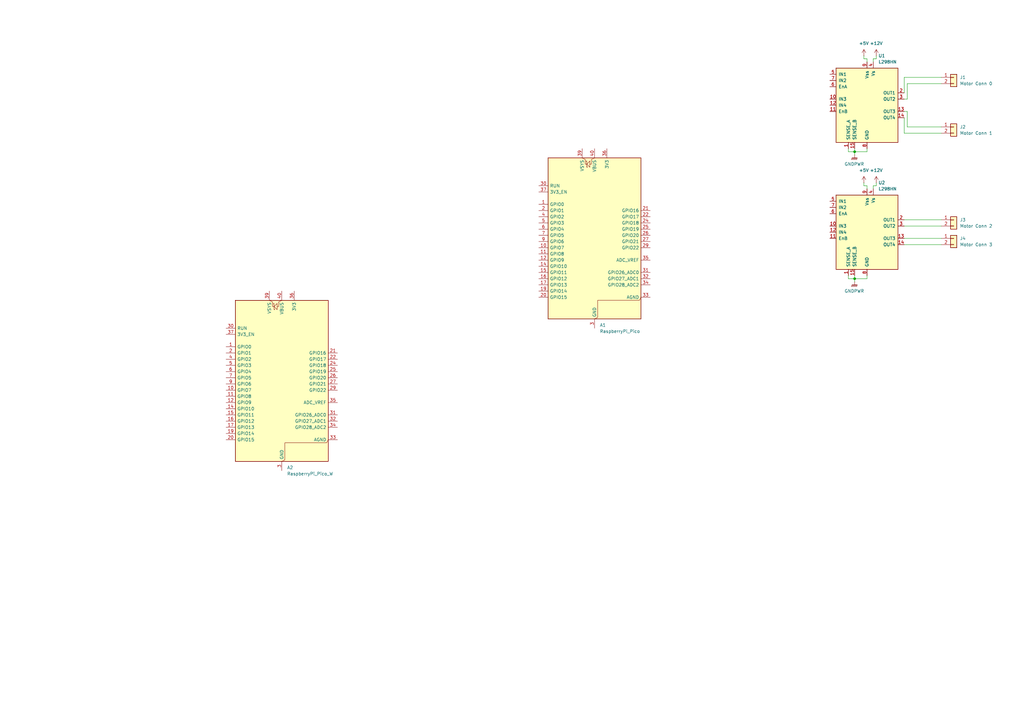
<source format=kicad_sch>
(kicad_sch (version 20250114) (generator "eeschema") (generator_version "9.0")
  (paper "A3")
  (lib_symbols
    (symbol "Connector_Generic:Conn_01x02" (pin_names (offset 1.016) (hide yes))
      (property "Reference" "J" (at 0 2.54 0))
      (property "Value" "Conn_01x02" (at 0 -5.08 0))
      (symbol "Conn_01x02_1_1"
        (rectangle (start -1.27 1.27) (end 1.27 -3.81) (stroke (width 0.254)) (fill (type background)))
        (rectangle (start -1.27 0.127) (end 0 -0.127) (stroke (width 0.1524)))
        (rectangle (start -1.27 -2.413) (end 0 -2.667) (stroke (width 0.1524)))
        (pin passive line (at -5.08 0 0) (length 3.81) (name "Pin_1") (number "1"))
        (pin passive line (at -5.08 -2.54 0) (length 3.81) (name "Pin_2") (number "2"))
      )
    )
    (symbol "Driver_Motor:L298HN" (pin_names (offset 1.016))
      (property "Reference" "U" (at -10.16 16.51 0))
      (property "Value" "L298HN" (at 12.7 16.51 0))
      (symbol "L298HN_0_1"
        (rectangle (start -12.7 15.24) (end 12.7 -15.24) (stroke (width 0.254)) (fill (type background)))
      )
      (symbol "L298HN_1_1"
        (pin input line (at -15.24 12.7 0) (length 2.54) (name "IN1") (number "5"))
        (pin input line (at -15.24 10.16 0) (length 2.54) (name "IN2") (number "7"))
        (pin input line (at -15.24 7.62 0) (length 2.54) (name "EnA") (number "6"))
        (pin input line (at -15.24 2.54 0) (length 2.54) (name "IN3") (number "10"))
        (pin input line (at -15.24 0 0) (length 2.54) (name "IN4") (number "12"))
        (pin input line (at -15.24 -2.54 0) (length 2.54) (name "EnB") (number "11"))
        (pin power_in line (at -7.62 -17.78 90) (length 2.54) (name "SENSE_A") (number "1"))
        (pin power_in line (at -5.08 -17.78 90) (length 2.54) (name "SENSE_B") (number "15"))
        (pin power_in line (at 0 17.78 270) (length 2.54) (name "Vss") (number "9"))
        (pin power_in line (at 0 -17.78 90) (length 2.54) (name "GND") (number "8"))
        (pin power_in line (at 2.54 17.78 270) (length 2.54) (name "Vs") (number "4"))
        (pin output line (at 15.24 5.08 180) (length 2.54) (name "OUT1") (number "2"))
        (pin output line (at 15.24 2.54 180) (length 2.54) (name "OUT2") (number "3"))
        (pin output line (at 15.24 -2.54 180) (length 2.54) (name "OUT3") (number "13"))
        (pin output line (at 15.24 -5.08 180) (length 2.54) (name "OUT4") (number "14"))
      )
    )
    (symbol "MCU_Module:RaspberryPi_Pico" (pin_names (offset 0.762))
      (property "Reference" "A" (at -19.05 35.56 0))
      (property "Value" "RaspberryPi_Pico" (at 7.62 35.56 0))
      (symbol "RaspberryPi_Pico_0_1"
        (rectangle (start -19.05 34.29) (end 19.05 -31.75) (stroke (width 0.254)) (fill (type background)))
        (polyline (pts (xy -5.08 34.29) (xy -3.81 33.655) (xy -3.81 31.75) (xy -3.175 31.75)))
        (polyline (pts (xy -3.429 32.766) (xy -3.429 33.02) (xy -3.175 33.02) (xy -3.175 30.48) (xy -2.921 30.48) (xy -2.921 30.734)))
        (polyline (pts (xy -3.175 31.75) (xy -1.905 33.02) (xy -1.905 30.48) (xy -3.175 31.75)))
        (polyline (pts (xy 0 34.29) (xy -1.27 33.655) (xy -1.27 31.75) (xy -1.905 31.75)))
        (polyline (pts (xy 0 -31.75) (xy 1.27 -31.115) (xy 1.27 -24.13) (xy 18.415 -24.13) (xy 19.05 -22.86)))
      )
      (symbol "RaspberryPi_Pico_1_1"
        (pin passive line (at -22.86 22.86 0) (length 3.81) (name "RUN") (number "30"))
        (pin passive line (at -22.86 20.32 0) (length 3.81) (name "3V3_EN") (number "37"))
        (pin bidirectional line (at -22.86 15.24 0) (length 3.81) (name "GPIO0") (number "1"))
        (pin bidirectional line (at -22.86 12.7 0) (length 3.81) (name "GPIO1") (number "2"))
        (pin bidirectional line (at -22.86 10.16 0) (length 3.81) (name "GPIO2") (number "4"))
        (pin bidirectional line (at -22.86 7.62 0) (length 3.81) (name "GPIO3") (number "5"))
        (pin bidirectional line (at -22.86 5.08 0) (length 3.81) (name "GPIO4") (number "6"))
        (pin bidirectional line (at -22.86 2.54 0) (length 3.81) (name "GPIO5") (number "7"))
        (pin bidirectional line (at -22.86 0 0) (length 3.81) (name "GPIO6") (number "9"))
        (pin bidirectional line (at -22.86 -2.54 0) (length 3.81) (name "GPIO7") (number "10"))
        (pin bidirectional line (at -22.86 -5.08 0) (length 3.81) (name "GPIO8") (number "11"))
        (pin bidirectional line (at -22.86 -7.62 0) (length 3.81) (name "GPIO9") (number "12"))
        (pin bidirectional line (at -22.86 -10.16 0) (length 3.81) (name "GPIO10") (number "14"))
        (pin bidirectional line (at -22.86 -12.7 0) (length 3.81) (name "GPIO11") (number "15"))
        (pin bidirectional line (at -22.86 -15.24 0) (length 3.81) (name "GPIO12") (number "16"))
        (pin bidirectional line (at -22.86 -17.78 0) (length 3.81) (name "GPIO13") (number "17"))
        (pin bidirectional line (at -22.86 -20.32 0) (length 3.81) (name "GPIO14") (number "19"))
        (pin bidirectional line (at -22.86 -22.86 0) (length 3.81) (name "GPIO15") (number "20"))
        (pin power_in line (at -5.08 38.1 270) (length 3.81) (name "VSYS") (number "39"))
        (pin power_out line (at 0 38.1 270) (length 3.81) (name "VBUS") (number "40"))
        (pin passive line (at 0 -35.56 90) (length 3.81) (hide yes) (name "GND") (number "13"))
        (pin passive line (at 0 -35.56 90) (length 3.81) (hide yes) (name "GND") (number "18"))
        (pin passive line (at 0 -35.56 90) (length 3.81) (hide yes) (name "GND") (number "23"))
        (pin passive line (at 0 -35.56 90) (length 3.81) (hide yes) (name "GND") (number "28"))
        (pin power_out line (at 0 -35.56 90) (length 3.81) (name "GND") (number "3"))
        (pin passive line (at 0 -35.56 90) (length 3.81) (hide yes) (name "GND") (number "38"))
        (pin passive line (at 0 -35.56 90) (length 3.81) (hide yes) (name "GND") (number "8"))
        (pin power_out line (at 5.08 38.1 270) (length 3.81) (name "3V3") (number "36"))
        (pin bidirectional line (at 22.86 12.7 180) (length 3.81) (name "GPIO16") (number "21"))
        (pin bidirectional line (at 22.86 10.16 180) (length 3.81) (name "GPIO17") (number "22"))
        (pin bidirectional line (at 22.86 7.62 180) (length 3.81) (name "GPIO18") (number "24"))
        (pin bidirectional line (at 22.86 5.08 180) (length 3.81) (name "GPIO19") (number "25"))
        (pin bidirectional line (at 22.86 2.54 180) (length 3.81) (name "GPIO20") (number "26"))
        (pin bidirectional line (at 22.86 0 180) (length 3.81) (name "GPIO21") (number "27"))
        (pin bidirectional line (at 22.86 -2.54 180) (length 3.81) (name "GPIO22") (number "29"))
        (pin power_in line (at 22.86 -7.62 180) (length 3.81) (name "ADC_VREF") (number "35"))
        (pin bidirectional line (at 22.86 -12.7 180) (length 3.81) (name "GPIO26_ADC0") (number "31"))
        (pin bidirectional line (at 22.86 -15.24 180) (length 3.81) (name "GPIO27_ADC1") (number "32"))
        (pin bidirectional line (at 22.86 -17.78 180) (length 3.81) (name "GPIO28_ADC2") (number "34"))
        (pin power_out line (at 22.86 -22.86 180) (length 3.81) (name "AGND") (number "33"))
      )
    )
    (symbol "MCU_Module:RaspberryPi_Pico_W" (pin_names (offset 0.762))
      (property "Reference" "A" (at -19.05 35.56 0))
      (property "Value" "RaspberryPi_Pico_W" (at 7.62 35.56 0))
      (symbol "RaspberryPi_Pico_W_0_1"
        (rectangle (start -19.05 34.29) (end 19.05 -31.75) (stroke (width 0.254)) (fill (type background)))
        (polyline (pts (xy -5.08 34.29) (xy -3.81 33.655) (xy -3.81 31.75) (xy -3.175 31.75)))
        (polyline (pts (xy -3.429 32.766) (xy -3.429 33.02) (xy -3.175 33.02) (xy -3.175 30.48) (xy -2.921 30.48) (xy -2.921 30.734)))
        (polyline (pts (xy -3.175 31.75) (xy -1.905 33.02) (xy -1.905 30.48) (xy -3.175 31.75)))
        (polyline (pts (xy 0 34.29) (xy -1.27 33.655) (xy -1.27 31.75) (xy -1.905 31.75)))
        (polyline (pts (xy 0 -31.75) (xy 1.27 -31.115) (xy 1.27 -24.13) (xy 18.415 -24.13) (xy 19.05 -22.86)))
      )
      (symbol "RaspberryPi_Pico_W_1_1"
        (pin passive line (at -22.86 22.86 0) (length 3.81) (name "RUN") (number "30"))
        (pin passive line (at -22.86 20.32 0) (length 3.81) (name "3V3_EN") (number "37"))
        (pin bidirectional line (at -22.86 15.24 0) (length 3.81) (name "GPIO0") (number "1"))
        (pin bidirectional line (at -22.86 12.7 0) (length 3.81) (name "GPIO1") (number "2"))
        (pin bidirectional line (at -22.86 10.16 0) (length 3.81) (name "GPIO2") (number "4"))
        (pin bidirectional line (at -22.86 7.62 0) (length 3.81) (name "GPIO3") (number "5"))
        (pin bidirectional line (at -22.86 5.08 0) (length 3.81) (name "GPIO4") (number "6"))
        (pin bidirectional line (at -22.86 2.54 0) (length 3.81) (name "GPIO5") (number "7"))
        (pin bidirectional line (at -22.86 0 0) (length 3.81) (name "GPIO6") (number "9"))
        (pin bidirectional line (at -22.86 -2.54 0) (length 3.81) (name "GPIO7") (number "10"))
        (pin bidirectional line (at -22.86 -5.08 0) (length 3.81) (name "GPIO8") (number "11"))
        (pin bidirectional line (at -22.86 -7.62 0) (length 3.81) (name "GPIO9") (number "12"))
        (pin bidirectional line (at -22.86 -10.16 0) (length 3.81) (name "GPIO10") (number "14"))
        (pin bidirectional line (at -22.86 -12.7 0) (length 3.81) (name "GPIO11") (number "15"))
        (pin bidirectional line (at -22.86 -15.24 0) (length 3.81) (name "GPIO12") (number "16"))
        (pin bidirectional line (at -22.86 -17.78 0) (length 3.81) (name "GPIO13") (number "17"))
        (pin bidirectional line (at -22.86 -20.32 0) (length 3.81) (name "GPIO14") (number "19"))
        (pin bidirectional line (at -22.86 -22.86 0) (length 3.81) (name "GPIO15") (number "20"))
        (pin power_in line (at -5.08 38.1 270) (length 3.81) (name "VSYS") (number "39"))
        (pin power_out line (at 0 38.1 270) (length 3.81) (name "VBUS") (number "40"))
        (pin passive line (at 0 -35.56 90) (length 3.81) (hide yes) (name "GND") (number "13"))
        (pin passive line (at 0 -35.56 90) (length 3.81) (hide yes) (name "GND") (number "18"))
        (pin passive line (at 0 -35.56 90) (length 3.81) (hide yes) (name "GND") (number "23"))
        (pin passive line (at 0 -35.56 90) (length 3.81) (hide yes) (name "GND") (number "28"))
        (pin power_out line (at 0 -35.56 90) (length 3.81) (name "GND") (number "3"))
        (pin passive line (at 0 -35.56 90) (length 3.81) (hide yes) (name "GND") (number "38"))
        (pin passive line (at 0 -35.56 90) (length 3.81) (hide yes) (name "GND") (number "8"))
        (pin power_out line (at 5.08 38.1 270) (length 3.81) (name "3V3") (number "36"))
        (pin bidirectional line (at 22.86 12.7 180) (length 3.81) (name "GPIO16") (number "21"))
        (pin bidirectional line (at 22.86 10.16 180) (length 3.81) (name "GPIO17") (number "22"))
        (pin bidirectional line (at 22.86 7.62 180) (length 3.81) (name "GPIO18") (number "24"))
        (pin bidirectional line (at 22.86 5.08 180) (length 3.81) (name "GPIO19") (number "25"))
        (pin bidirectional line (at 22.86 2.54 180) (length 3.81) (name "GPIO20") (number "26"))
        (pin bidirectional line (at 22.86 0 180) (length 3.81) (name "GPIO21") (number "27"))
        (pin bidirectional line (at 22.86 -2.54 180) (length 3.81) (name "GPIO22") (number "29"))
        (pin power_in line (at 22.86 -7.62 180) (length 3.81) (name "ADC_VREF") (number "35"))
        (pin bidirectional line (at 22.86 -12.7 180) (length 3.81) (name "GPIO26_ADC0") (number "31"))
        (pin bidirectional line (at 22.86 -15.24 180) (length 3.81) (name "GPIO27_ADC1") (number "32"))
        (pin bidirectional line (at 22.86 -17.78 180) (length 3.81) (name "GPIO28_ADC2") (number "34"))
        (pin power_out line (at 22.86 -22.86 180) (length 3.81) (name "AGND") (number "33"))
      )
    )
    (symbol "power:+12V" (power) (pin_numbers (hide yes)) (pin_names (offset 0) (hide yes))
      (property "Value" "+12V" (at 0 3.556 0))
      (symbol "+12V_0_1"
        (polyline (pts (xy -0.762 1.27) (xy 0 2.54)))
        (polyline (pts (xy 0 2.54) (xy 0.762 1.27)))
        (polyline (pts (xy 0 0) (xy 0 2.54)))
      )
      (symbol "+12V_1_1"
        (pin power_in line (at 0 0 90) (length 0) (name "~") (number "1"))
      )
    )
    (symbol "power:+5V" (power) (pin_numbers (hide yes)) (pin_names (offset 0) (hide yes))
      (property "Value" "+5V" (at 0 3.556 0))
      (symbol "+5V_0_1"
        (polyline (pts (xy -0.762 1.27) (xy 0 2.54)))
        (polyline (pts (xy 0 2.54) (xy 0.762 1.27)))
        (polyline (pts (xy 0 0) (xy 0 2.54)))
      )
      (symbol "+5V_1_1"
        (pin power_in line (at 0 0 90) (length 0) (name "~") (number "1"))
      )
    )
    (symbol "power:GNDPWR" (power) (pin_numbers (hide yes)) (pin_names (offset 0) (hide yes))
      (property "Value" "GNDPWR" (at 0 -3.302 0))
      (symbol "GNDPWR_0_1"
        (polyline (pts (xy -1.016 -1.27) (xy -1.27 -2.032) (xy -1.27 -2.032)) (stroke (width 0.2032)))
        (polyline (pts (xy -0.508 -1.27) (xy -0.762 -2.032) (xy -0.762 -2.032)) (stroke (width 0.2032)))
        (polyline (pts (xy 0 -1.27) (xy 0 0)))
        (polyline (pts (xy 0 -1.27) (xy -0.254 -2.032) (xy -0.254 -2.032)) (stroke (width 0.2032)))
        (polyline (pts (xy 0.508 -1.27) (xy 0.254 -2.032) (xy 0.254 -2.032)) (stroke (width 0.2032)))
        (polyline (pts (xy 1.016 -1.27) (xy -1.016 -1.27) (xy -1.016 -1.27)) (stroke (width 0.2032)))
        (polyline (pts (xy 1.016 -1.27) (xy 0.762 -2.032) (xy 0.762 -2.032) (xy 0.762 -2.032)) (stroke (width 0.2032)))
      )
      (symbol "GNDPWR_1_1"
        (pin power_in line (at 0 0 270) (length 0) (name "~") (number "1"))
      )
    )
  )
  (junction (at 350.52 62.23))
  (junction (at 350.52 114.3))
  (wire (pts (xy 358.14 76.2) (xy 359.41 76.2)))
  (wire (pts (xy 350.52 60.96) (xy 350.52 62.23)))
  (wire (pts (xy 372.11 34.29) (xy 386.08 34.29)))
  (wire (pts (xy 370.84 100.33) (xy 386.08 100.33)))
  (wire (pts (xy 372.11 52.07) (xy 386.08 52.07)))
  (wire (pts (xy 355.6 24.13) (xy 355.6 25.4)))
  (wire (pts (xy 347.98 113.03) (xy 347.98 114.3)))
  (wire (pts (xy 355.6 76.2) (xy 354.33 76.2)))
  (wire (pts (xy 370.84 31.75) (xy 386.08 31.75)))
  (wire (pts (xy 370.84 92.71) (xy 386.08 92.71)))
  (wire (pts (xy 355.6 77.47) (xy 355.6 76.2)))
  (wire (pts (xy 359.41 22.86) (xy 359.41 24.13)))
  (wire (pts (xy 372.11 45.72) (xy 370.84 45.72)))
  (wire (pts (xy 354.33 22.86) (xy 354.33 24.13)))
  (wire (pts (xy 370.84 90.17) (xy 386.08 90.17)))
  (wire (pts (xy 350.52 114.3) (xy 350.52 115.57)))
  (wire (pts (xy 347.98 60.96) (xy 347.98 62.23)))
  (wire (pts (xy 355.6 114.3) (xy 350.52 114.3)))
  (wire (pts (xy 370.84 54.61) (xy 386.08 54.61)))
  (wire (pts (xy 347.98 62.23) (xy 350.52 62.23)))
  (wire (pts (xy 354.33 24.13) (xy 355.6 24.13)))
  (wire (pts (xy 359.41 74.93) (xy 359.41 76.2)))
  (wire (pts (xy 370.84 31.75) (xy 370.84 38.1)))
  (wire (pts (xy 359.41 24.13) (xy 358.14 24.13)))
  (wire (pts (xy 372.11 40.64) (xy 370.84 40.64)))
  (wire (pts (xy 358.14 24.13) (xy 358.14 25.4)))
  (wire (pts (xy 358.14 77.47) (xy 358.14 76.2)))
  (wire (pts (xy 355.6 60.96) (xy 355.6 62.23)))
  (wire (pts (xy 354.33 74.93) (xy 354.33 76.2)))
  (wire (pts (xy 350.52 62.23) (xy 350.52 63.5)))
  (wire (pts (xy 370.84 48.26) (xy 370.84 54.61)))
  (wire (pts (xy 372.11 34.29) (xy 372.11 40.64)))
  (wire (pts (xy 350.52 114.3) (xy 350.52 113.03)))
  (wire (pts (xy 370.84 97.79) (xy 386.08 97.79)))
  (wire (pts (xy 355.6 113.03) (xy 355.6 114.3)))
  (wire (pts (xy 350.52 62.23) (xy 355.6 62.23)))
  (wire (pts (xy 372.11 52.07) (xy 372.11 45.72)))
  (wire (pts (xy 347.98 114.3) (xy 350.52 114.3)))
  (symbol (lib_id "Connector_Generic:Conn_01x02") (at 391.16 31.75 0) (unit 1)
    (property "Reference" "J1" (at 393.7 31.7499 0) (effects (justify left)))
    (property "Value" "Motor Conn 0" (at 393.7 34.2899 0) (effects (justify left)))
    (property "Description" "Generic connector, single row, 01x02, script generated (kicad-library-utils/schlib/autogen/connector/)" (effects (hide yes)))
  )
  (symbol (lib_id "Driver_Motor:L298HN") (at 355.6 43.18 0) (unit 1)
    (property "Reference" "U1" (at 360.2833 22.86 0) (effects (justify left)))
    (property "Value" "L298HN" (at 360.2833 25.4 0) (effects (justify left)))
    (property "Footprint" "Package_TO_SOT_THT:TO-220-15_P2.54x2.54mm_StaggerOdd_Lead5.84mm_TabDown" (effects (hide yes)))
    (property "Datasheet" "http://www.st.com/st-web-ui/static/active/en/resource/technical/document/datasheet/CD00000240.pdf" (effects (hide yes)))
    (property "Description" "Dual full bridge motor driver, up to 46V, 4A, Multiwatt15-H" (effects (hide yes)))
  )
  (symbol (lib_id "power:+12V") (at 359.41 22.86 0) (unit 1)
    (property "Reference" "#PWR04" (effects (hide yes)))
    (property "Value" "+12V" (at 359.41 17.78 0))
    (property "Description" "Power symbol creates a global label with name \"+12V\"" (effects (hide yes)))
  )
  (symbol (lib_id "Connector_Generic:Conn_01x02") (at 391.16 90.17 0) (unit 1)
    (property "Reference" "J3" (at 393.7 90.1699 0) (effects (justify left)))
    (property "Value" "Motor Conn 2" (at 393.7 92.7099 0) (effects (justify left)))
    (property "Description" "Generic connector, single row, 01x02, script generated (kicad-library-utils/schlib/autogen/connector/)" (effects (hide yes)))
  )
  (symbol (lib_id "power:GNDPWR") (at 350.52 63.5 0) (unit 1)
    (property "Reference" "#PWR02" (effects (hide yes)))
    (property "Value" "GNDPWR" (at 350.393 67.31 0))
    (property "Description" "Power symbol creates a global label with name \"GNDPWR\" , global ground" (effects (hide yes)))
  )
  (symbol (lib_id "Driver_Motor:L298HN") (at 355.6 95.25 0) (unit 1)
    (property "Reference" "U2" (at 360.2833 74.93 0) (effects (justify left)))
    (property "Value" "L298HN" (at 360.2833 77.47 0) (effects (justify left)))
    (property "Footprint" "Package_TO_SOT_THT:TO-220-15_P2.54x2.54mm_StaggerOdd_Lead5.84mm_TabDown" (effects (hide yes)))
    (property "Datasheet" "http://www.st.com/st-web-ui/static/active/en/resource/technical/document/datasheet/CD00000240.pdf" (effects (hide yes)))
    (property "Description" "Dual full bridge motor driver, up to 46V, 4A, Multiwatt15-H" (effects (hide yes)))
  )
  (symbol (lib_id "Connector_Generic:Conn_01x02") (at 391.16 52.07 0) (unit 1)
    (property "Reference" "J2" (at 393.7 52.0699 0) (effects (justify left)))
    (property "Value" "Motor Conn 1" (at 393.7 54.6099 0) (effects (justify left)))
    (property "Description" "Generic connector, single row, 01x02, script generated (kicad-library-utils/schlib/autogen/connector/)" (effects (hide yes)))
  )
  (symbol (lib_id "power:+5V") (at 354.33 22.86 0) (unit 1)
    (property "Reference" "#PWR03" (effects (hide yes)))
    (property "Value" "+5V" (at 354.33 17.78 0))
    (property "Description" "Power symbol creates a global label with name \"+5V\"" (effects (hide yes)))
  )
  (symbol (lib_id "Connector_Generic:Conn_01x02") (at 391.16 97.79 0) (unit 1)
    (property "Reference" "J4" (at 393.7 97.7899 0) (effects (justify left)))
    (property "Value" "Motor Conn 3" (at 393.7 100.3299 0) (effects (justify left)))
    (property "Description" "Generic connector, single row, 01x02, script generated (kicad-library-utils/schlib/autogen/connector/)" (effects (hide yes)))
  )
  (symbol (lib_id "power:+12V") (at 359.41 74.93 0) (unit 1)
    (property "Reference" "#PWR06" (effects (hide yes)))
    (property "Value" "+12V" (at 359.41 69.85 0))
    (property "Description" "Power symbol creates a global label with name \"+12V\"" (effects (hide yes)))
  )
  (symbol (lib_id "MCU_Module:RaspberryPi_Pico_W") (at 115.57 157.48 0) (unit 1)
    (property "Reference" "A2" (at 117.7133 191.77 0) (effects (justify left)))
    (property "Value" "RaspberryPi_Pico_W" (at 117.7133 194.31 0) (effects (justify left)))
    (property "Footprint" "Module:RaspberryPi_Pico_W_SMD_HandSolder" (effects (hide yes)))
    (property "Datasheet" "https://datasheets.raspberrypi.com/picow/pico-w-datasheet.pdf" (effects (hide yes)))
    (property "Description" "Versatile and inexpensive wireless microcontroller module powered by RP2040 dual-core Arm Cortex-M0+ processor up to 133 MHz, 264kB SRAM, 2MB QSPI flash, Infineon CYW43439 2.4GHz 802.11n wireless LAN; also supports Raspberry Pi Pico 2 W" (effects (hide yes)))
  )
  (symbol (lib_id "MCU_Module:RaspberryPi_Pico") (at 243.84 99.06 0) (unit 1)
    (property "Reference" "A1" (at 245.9833 133.35 0) (effects (justify left)))
    (property "Value" "RaspberryPi_Pico" (at 245.9833 135.89 0) (effects (justify left)))
    (property "Footprint" "Module:RaspberryPi_Pico_Common_Unspecified" (effects (hide yes)))
    (property "Datasheet" "https://datasheets.raspberrypi.com/pico/pico-datasheet.pdf" (effects (hide yes)))
    (property "Description" "Versatile and inexpensive microcontroller module powered by RP2040 dual-core Arm Cortex-M0+ processor up to 133 MHz, 264kB SRAM, 2MB QSPI flash; also supports Raspberry Pi Pico 2" (effects (hide yes)))
  )
  (symbol (lib_id "power:+5V") (at 354.33 74.93 0) (unit 1)
    (property "Reference" "#PWR05" (effects (hide yes)))
    (property "Value" "+5V" (at 354.33 69.85 0))
    (property "Description" "Power symbol creates a global label with name \"+5V\"" (effects (hide yes)))
  )
  (symbol (lib_id "power:GNDPWR") (at 350.52 115.57 0) (unit 1)
    (property "Reference" "#PWR01" (effects (hide yes)))
    (property "Value" "GNDPWR" (at 350.393 119.38 0))
    (property "Description" "Power symbol creates a global label with name \"GNDPWR\" , global ground" (effects (hide yes)))
  )
)
</source>
